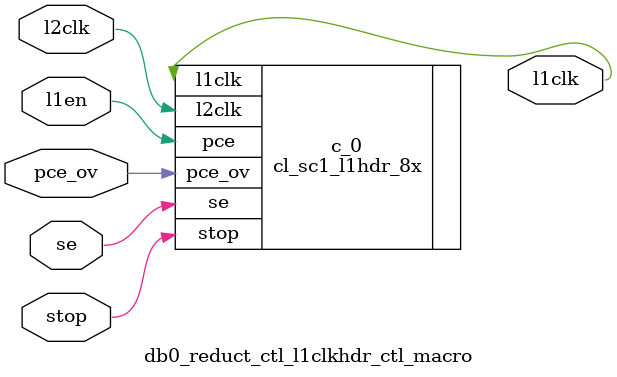
<source format=v>
module db0_reduct_ctl (
  iol2clk, 
  scan_in, 
  scan_out, 
  tcu_pce_ov, 
  tcu_clk_stop, 
  tcu_aclk, 
  tcu_bclk, 
  tcu_scan_en, 
  dmu_ncu_vld, 
  wr_en0, 
  wr_en1, 
  wr_en2, 
  wr_en3, 
  mux1_sel0, 
  mux1_sel1, 
  mux1_sel2, 
  mux2_sel0, 
  mux2_sel1, 
  mux2_sel2, 
  mux3_sel0, 
  mux3_sel1, 
  mux3_sel2, 
  mux4_sel0, 
  mux4_sel1, 
  mux4_sel2, 
  mux5_sel0, 
  mux5_sel1, 
  mux5_sel2, 
  mux5_sel3);
wire pce_ov;
wire stop;
wire siclk;
wire soclk;
wire se;
wire dmu_ncu_vld_r;
wire ff_dmu_ncu_vld_scanin;
wire ff_dmu_ncu_vld_scanout;
wire l1clk;
wire reg0_vld_din;
wire reg0_vld;
wire reg1_vld;
wire reg2_vld;
wire reg3_vld;
wire reg0_vld_r;
wire reg0_vld_r2;
wire ff_reg0_vld_scanin;
wire ff_reg0_vld_scanout;
wire ff_reg0_vld_r_scanin;
wire ff_reg0_vld_r_scanout;
wire ff_reg0_vld_r2_scanin;
wire ff_reg0_vld_r2_scanout;
wire reg1_vld_din;
wire reg1_vld_r_din;
wire reg1_vld_r;
wire reg1_vld_r2;
wire ff_reg1_vld_scanin;
wire ff_reg1_vld_scanout;
wire ff_reg1_vld_r_scanin;
wire ff_reg1_vld_r_scanout;
wire ff_reg1_vld_r2_scanin;
wire ff_reg1_vld_r2_scanout;
wire reg2_vld_din;
wire reg2_vld_r_din;
wire reg2_vld_r;
wire reg2_vld_r2;
wire ff_reg2_vld_scanin;
wire ff_reg2_vld_scanout;
wire ff_reg2_vld_r_scanin;
wire ff_reg2_vld_r_scanout;
wire ff_reg2_vld_r2_scanin;
wire ff_reg2_vld_r2_scanout;
wire reg3_vld_din;
wire reg3_vld_r_din;
wire reg3_vld_r;
wire reg3_vld_r2;
wire ff_reg3_vld_scanin;
wire ff_reg3_vld_scanout;
wire ff_reg3_vld_r_scanin;
wire ff_reg3_vld_r_scanout;
wire ff_reg3_vld_r2_scanin;
wire ff_reg3_vld_r2_scanout;
wire spares_scanin;
wire spares_scanout;


input		iol2clk;                // Internal IO clock from CCU 

input           scan_in;
output          scan_out;
input           tcu_pce_ov;
input           tcu_clk_stop;
input           tcu_aclk;
input           tcu_bclk;
input           tcu_scan_en;


input           dmu_ncu_vld;            //CSR Data return valid from DMU to NCU

output           wr_en0;
output           wr_en1;
output           wr_en2;
output           wr_en3;

output           mux1_sel0;
output           mux1_sel1;
output           mux1_sel2;

output           mux2_sel0;
output           mux2_sel1;
output           mux2_sel2;

output           mux3_sel0;
output           mux3_sel1;
output           mux3_sel2;

output           mux4_sel0;
output           mux4_sel1;
output           mux4_sel2;

output           mux5_sel0;
output           mux5_sel1;
output           mux5_sel2;
output           mux5_sel3;

// Scan reassigns
assign pce_ov = tcu_pce_ov;
assign stop = tcu_clk_stop;
assign siclk = tcu_aclk;
assign soclk = tcu_bclk;
assign se = tcu_scan_en;

// flop dmu_ncu_vld

db0_reduct_ctl_msff_ctl_macro__width_1 ff_dmu_ncu_vld 
               (.dout(dmu_ncu_vld_r),
               .scan_in(ff_dmu_ncu_vld_scanin),
               .scan_out(ff_dmu_ncu_vld_scanout),
               .l1clk(l1clk),
               .din(dmu_ncu_vld),
  .siclk(siclk),
  .soclk(soclk)
);


// Reg0 vld bits

assign reg0_vld_din = (dmu_ncu_vld_r & 
                      ~(reg0_vld | reg1_vld | reg2_vld | reg3_vld)
                                                ) | reg0_vld; // set if dmu_ncu_vld_r is true
                                                              // and reg0_vld,reg1_vld,reg2_vld,reg3_vld are
                                                              // all 1'b0 
                                                              // held at 1 with reg0_vld until
                                                              // cleared
assign mux1_sel0 = reg0_vld & ~reg0_vld_r;
assign mux1_sel1 = reg0_vld_r & ~reg0_vld_r2;
assign mux1_sel2 = reg0_vld_r2; 

assign mux5_sel0 = mux1_sel0 | mux1_sel1 | mux1_sel2;

assign wr_en0 = (dmu_ncu_vld_r &
                      ~(reg0_vld | reg1_vld | reg2_vld | reg3_vld));

                // write to reg0 when none of the valid bits are on and dmu_ncu_vld_r is true

db0_reduct_ctl_msff_ctl_macro__clr_1__width_1 ff_reg0_vld 
               (.dout(reg0_vld),
	       .scan_in(ff_reg0_vld_scanin),
	       .scan_out(ff_reg0_vld_scanout),
	       .clr(reg0_vld_r2),
               .l1clk(l1clk),
               .din(reg0_vld_din),
  .siclk(siclk),
  .soclk(soclk)

);

db0_reduct_ctl_msff_ctl_macro__clr_1__width_1 ff_reg0_vld_r 
               (.dout(reg0_vld_r),
	       .scan_in(ff_reg0_vld_r_scanin),
	       .scan_out(ff_reg0_vld_r_scanout),
	       .clr(reg0_vld_r2),
               .l1clk(l1clk),
               .din(reg0_vld),
  .siclk(siclk),
  .soclk(soclk)

);

db0_reduct_ctl_msff_ctl_macro__clr_1__width_1 ff_reg0_vld_r2 
               (.dout(reg0_vld_r2),
	       .scan_in(ff_reg0_vld_r2_scanin),
	       .scan_out(ff_reg0_vld_r2_scanout),
	       .clr(reg0_vld_r2),
               .l1clk(l1clk),
               .din(reg0_vld_r),
  .siclk(siclk),
  .soclk(soclk)

);

// Reg1 vld bits

assign reg1_vld_din = (dmu_ncu_vld_r & reg0_vld ) | reg1_vld; // set if dmu_ncu_vld_r is true
                                                              // and reg0_vld is 1'b1
                                                              // held at 1 with reg1_vld until
                                                              // cleared

assign reg1_vld_r_din = reg1_vld & ~reg0_vld; // propagate the value of reg1_vld to reg1_vld_r
                                              // only when reg0_vld = 0 

assign mux2_sel0 = reg1_vld & ~reg1_vld_r & ~reg0_vld;
assign mux2_sel1 = reg1_vld_r & ~reg1_vld_r2;
assign mux2_sel2 = reg1_vld_r2;

assign mux5_sel1 = mux2_sel0 | mux2_sel1 | mux2_sel2;

assign wr_en1 = (dmu_ncu_vld_r & reg0_vld & ~reg1_vld);

                // write to reg1 when reg0 valid bit is true and dmu_ncu_vld_r is true



db0_reduct_ctl_msff_ctl_macro__clr_1__width_1 ff_reg1_vld 
               (.dout(reg1_vld),
	       .scan_in(ff_reg1_vld_scanin),
	       .scan_out(ff_reg1_vld_scanout),
	       .clr(reg1_vld_r2),
               .l1clk(l1clk),
               .din(reg1_vld_din),
  .siclk(siclk),
  .soclk(soclk)

);

db0_reduct_ctl_msff_ctl_macro__clr_1__width_1 ff_reg1_vld_r 
               (.dout(reg1_vld_r),
	       .scan_in(ff_reg1_vld_r_scanin),
	       .scan_out(ff_reg1_vld_r_scanout),
	       .clr(reg1_vld_r2),
               .l1clk(l1clk),
               .din(reg1_vld_r_din),
  .siclk(siclk),
  .soclk(soclk)

);

db0_reduct_ctl_msff_ctl_macro__clr_1__width_1 ff_reg1_vld_r2 
               (.dout(reg1_vld_r2),
	       .scan_in(ff_reg1_vld_r2_scanin),
	       .scan_out(ff_reg1_vld_r2_scanout),
	       .clr(reg1_vld_r2),
               .l1clk(l1clk),
               .din(reg1_vld_r),
  .siclk(siclk),
  .soclk(soclk)

);

// Reg2 vld bits

assign reg2_vld_din = (dmu_ncu_vld_r & reg1_vld ) | reg2_vld; // set if dmu_ncu_vld_r is true
                                                              // and reg1_vld is 1'b1
                                                              // held at 1 with reg2_vld until
                                                              // cleared

assign reg2_vld_r_din = reg2_vld & ~reg1_vld; // propagate the value of reg2_vld to reg2_vld_r
                                              // only when reg1_vld = 0

assign mux3_sel0 = reg2_vld & ~reg2_vld_r & ~reg1_vld;
assign mux3_sel1 = reg2_vld_r & ~reg2_vld_r2;
assign mux3_sel2 = reg2_vld_r2;

assign mux5_sel2 = mux3_sel0 | mux3_sel1 | mux3_sel2;

assign wr_en2 = (dmu_ncu_vld_r & reg1_vld & ~reg2_vld);

                // write to reg2 when reg1 valid bit is true and dmu_ncu_vld_r is true



db0_reduct_ctl_msff_ctl_macro__clr_1__width_1 ff_reg2_vld 
               (.dout(reg2_vld),
	       .scan_in(ff_reg2_vld_scanin),
	       .scan_out(ff_reg2_vld_scanout),
	       .clr(reg2_vld_r2),
               .l1clk(l1clk),
               .din(reg2_vld_din),
  .siclk(siclk),
  .soclk(soclk)

);

db0_reduct_ctl_msff_ctl_macro__clr_1__width_1 ff_reg2_vld_r 
               (.dout(reg2_vld_r),
	       .scan_in(ff_reg2_vld_r_scanin),
	       .scan_out(ff_reg2_vld_r_scanout),
	       .clr(reg2_vld_r2),
               .l1clk(l1clk),
               .din(reg2_vld_r_din),
  .siclk(siclk),
  .soclk(soclk)

);

db0_reduct_ctl_msff_ctl_macro__clr_1__width_1 ff_reg2_vld_r2 
               (.dout(reg2_vld_r2),
	       .scan_in(ff_reg2_vld_r2_scanin),
	       .scan_out(ff_reg2_vld_r2_scanout),
	       .clr(reg2_vld_r2),
               .l1clk(l1clk),
               .din(reg2_vld_r),
  .siclk(siclk),
  .soclk(soclk)

);

// Reg3 vld bits

assign reg3_vld_din = (dmu_ncu_vld_r & reg2_vld ) | reg3_vld; // set if dmu_ncu_vld_r is true
                                                              // and reg2_vld is 1'b1
                                                              // held at 1 with reg3_vld until
                                                              // cleared

assign reg3_vld_r_din = reg3_vld & ~reg2_vld; // propagate the value of reg3_vld to reg3_vld_r
                                              // only when reg2_vld = 0

assign mux4_sel0 = reg3_vld & ~reg3_vld_r & ~reg2_vld;
assign mux4_sel1 = reg3_vld_r & ~reg3_vld_r2;
assign mux4_sel2 = reg3_vld_r2;

assign mux5_sel3 = mux4_sel0 | mux4_sel1 | mux4_sel2;

assign wr_en3 = (dmu_ncu_vld_r & reg2_vld);

                // write to reg3 when reg2 valid bit is true and dmu_ncu_vld_r is true



db0_reduct_ctl_msff_ctl_macro__clr_1__width_1 ff_reg3_vld 
               (.dout(reg3_vld),
	       .scan_in(ff_reg3_vld_scanin),
	       .scan_out(ff_reg3_vld_scanout),
	       .clr(reg3_vld_r2),
               .l1clk(l1clk),
               .din(reg3_vld_din),
  .siclk(siclk),
  .soclk(soclk)

);

db0_reduct_ctl_msff_ctl_macro__clr_1__width_1 ff_reg3_vld_r 
               (.dout(reg3_vld_r),
	       .scan_in(ff_reg3_vld_r_scanin),
	       .scan_out(ff_reg3_vld_r_scanout),
	       .clr(reg3_vld_r2),
               .l1clk(l1clk),
               .din(reg3_vld_r_din),
  .siclk(siclk),
  .soclk(soclk)

);

db0_reduct_ctl_msff_ctl_macro__clr_1__width_1 ff_reg3_vld_r2 
               (.dout(reg3_vld_r2),
	       .scan_in(ff_reg3_vld_r2_scanin),
	       .scan_out(ff_reg3_vld_r2_scanout),
	       .clr(reg3_vld_r2),
               .l1clk(l1clk),
               .din(reg3_vld_r),
  .siclk(siclk),
  .soclk(soclk)

);

// Spare gates 

db0_reduct_ctl_spare_ctl_macro__num_5 spares  (
	.scan_in(spares_scanin),
	.scan_out(spares_scanout),
	.l1clk	(l1clk),
  .siclk(siclk),
  .soclk(soclk)
);

/**** adding clock header ****/
db0_reduct_ctl_l1clkhdr_ctl_macro clkgen (
                                .l2clk  (iol2clk),
                                .l1en   (1'b1),
                                .l1clk  (l1clk),
  .pce_ov(pce_ov),
  .stop(stop),
  .se(se)
                                );


// fixscan start:
assign ff_dmu_ncu_vld_scanin     = scan_in                  ;
assign ff_reg0_vld_scanin        = ff_dmu_ncu_vld_scanout   ;
assign ff_reg0_vld_r_scanin      = ff_reg0_vld_scanout      ;
assign ff_reg0_vld_r2_scanin     = ff_reg0_vld_r_scanout    ;
assign ff_reg1_vld_scanin        = ff_reg0_vld_r2_scanout   ;
assign ff_reg1_vld_r_scanin      = ff_reg1_vld_scanout      ;
assign ff_reg1_vld_r2_scanin     = ff_reg1_vld_r_scanout    ;
assign ff_reg2_vld_scanin        = ff_reg1_vld_r2_scanout   ;
assign ff_reg2_vld_r_scanin      = ff_reg2_vld_scanout      ;
assign ff_reg2_vld_r2_scanin     = ff_reg2_vld_r_scanout    ;
assign ff_reg3_vld_scanin        = ff_reg2_vld_r2_scanout   ;
assign ff_reg3_vld_r_scanin      = ff_reg3_vld_scanout      ;
assign ff_reg3_vld_r2_scanin     = ff_reg3_vld_r_scanout    ;
assign spares_scanin             = ff_reg3_vld_r2_scanout   ;
assign scan_out                  = spares_scanout           ;
// fixscan end:
endmodule






// any PARAMS parms go into naming of macro

module db0_reduct_ctl_msff_ctl_macro__width_1 (
  din, 
  l1clk, 
  scan_in, 
  siclk, 
  soclk, 
  dout, 
  scan_out);
wire [0:0] fdin;

  input [0:0] din;
  input l1clk;
  input scan_in;


  input siclk;
  input soclk;

  output [0:0] dout;
  output scan_out;
assign fdin[0:0] = din[0:0];






dff #(1)  d0_0 (
.l1clk(l1clk),
.siclk(siclk),
.soclk(soclk),
.d(fdin[0:0]),
.si(scan_in),
.so(scan_out),
.q(dout[0:0])
);












endmodule













// any PARAMS parms go into naming of macro

module db0_reduct_ctl_msff_ctl_macro__clr_1__width_1 (
  din, 
  clr, 
  l1clk, 
  scan_in, 
  siclk, 
  soclk, 
  dout, 
  scan_out);
wire [0:0] fdin;

  input [0:0] din;
  input clr;
  input l1clk;
  input scan_in;


  input siclk;
  input soclk;

  output [0:0] dout;
  output scan_out;
assign fdin[0:0] = din[0:0] & ~{1{clr}};






dff #(1)  d0_0 (
.l1clk(l1clk),
.siclk(siclk),
.soclk(soclk),
.d(fdin[0:0]),
.si(scan_in),
.so(scan_out),
.q(dout[0:0])
);












endmodule









//  Description:        Spare gate macro for control blocks
//
//  Param num controls the number of times the macro is added
//  flops=0 can be used to use only combination spare logic


module db0_reduct_ctl_spare_ctl_macro__num_5 (
  l1clk, 
  scan_in, 
  siclk, 
  soclk, 
  scan_out);
wire si_0;
wire so_0;
wire spare0_flop_unused;
wire spare0_buf_32x_unused;
wire spare0_nand3_8x_unused;
wire spare0_inv_8x_unused;
wire spare0_aoi22_4x_unused;
wire spare0_buf_8x_unused;
wire spare0_oai22_4x_unused;
wire spare0_inv_16x_unused;
wire spare0_nand2_16x_unused;
wire spare0_nor3_4x_unused;
wire spare0_nand2_8x_unused;
wire spare0_buf_16x_unused;
wire spare0_nor2_16x_unused;
wire spare0_inv_32x_unused;
wire si_1;
wire so_1;
wire spare1_flop_unused;
wire spare1_buf_32x_unused;
wire spare1_nand3_8x_unused;
wire spare1_inv_8x_unused;
wire spare1_aoi22_4x_unused;
wire spare1_buf_8x_unused;
wire spare1_oai22_4x_unused;
wire spare1_inv_16x_unused;
wire spare1_nand2_16x_unused;
wire spare1_nor3_4x_unused;
wire spare1_nand2_8x_unused;
wire spare1_buf_16x_unused;
wire spare1_nor2_16x_unused;
wire spare1_inv_32x_unused;
wire si_2;
wire so_2;
wire spare2_flop_unused;
wire spare2_buf_32x_unused;
wire spare2_nand3_8x_unused;
wire spare2_inv_8x_unused;
wire spare2_aoi22_4x_unused;
wire spare2_buf_8x_unused;
wire spare2_oai22_4x_unused;
wire spare2_inv_16x_unused;
wire spare2_nand2_16x_unused;
wire spare2_nor3_4x_unused;
wire spare2_nand2_8x_unused;
wire spare2_buf_16x_unused;
wire spare2_nor2_16x_unused;
wire spare2_inv_32x_unused;
wire si_3;
wire so_3;
wire spare3_flop_unused;
wire spare3_buf_32x_unused;
wire spare3_nand3_8x_unused;
wire spare3_inv_8x_unused;
wire spare3_aoi22_4x_unused;
wire spare3_buf_8x_unused;
wire spare3_oai22_4x_unused;
wire spare3_inv_16x_unused;
wire spare3_nand2_16x_unused;
wire spare3_nor3_4x_unused;
wire spare3_nand2_8x_unused;
wire spare3_buf_16x_unused;
wire spare3_nor2_16x_unused;
wire spare3_inv_32x_unused;
wire si_4;
wire so_4;
wire spare4_flop_unused;
wire spare4_buf_32x_unused;
wire spare4_nand3_8x_unused;
wire spare4_inv_8x_unused;
wire spare4_aoi22_4x_unused;
wire spare4_buf_8x_unused;
wire spare4_oai22_4x_unused;
wire spare4_inv_16x_unused;
wire spare4_nand2_16x_unused;
wire spare4_nor3_4x_unused;
wire spare4_nand2_8x_unused;
wire spare4_buf_16x_unused;
wire spare4_nor2_16x_unused;
wire spare4_inv_32x_unused;


input		l1clk;
input		scan_in;
input		siclk;
input		soclk;
output		scan_out;

cl_sc1_msff_8x spare0_flop (.l1clk(l1clk),
                               .siclk(siclk),
                               .soclk(soclk),
                               .si(si_0),
                               .so(so_0),
                               .d(1'b0),
                               .q(spare0_flop_unused));
assign si_0 = scan_in;

cl_u1_buf_32x   spare0_buf_32x (.in(1'b1),
                                   .out(spare0_buf_32x_unused));
cl_u1_nand3_8x spare0_nand3_8x (.in0(1'b1),
                                   .in1(1'b1),
                                   .in2(1'b1),
                                   .out(spare0_nand3_8x_unused));
cl_u1_inv_8x    spare0_inv_8x (.in(1'b1),
                                  .out(spare0_inv_8x_unused));
cl_u1_aoi22_4x spare0_aoi22_4x (.in00(1'b1),
                                   .in01(1'b1),
                                   .in10(1'b1),
                                   .in11(1'b1),
                                   .out(spare0_aoi22_4x_unused));
cl_u1_buf_8x    spare0_buf_8x (.in(1'b1),
                                  .out(spare0_buf_8x_unused));
cl_u1_oai22_4x spare0_oai22_4x (.in00(1'b1),
                                   .in01(1'b1),
                                   .in10(1'b1),
                                   .in11(1'b1),
                                   .out(spare0_oai22_4x_unused));
cl_u1_inv_16x   spare0_inv_16x (.in(1'b1),
                                   .out(spare0_inv_16x_unused));
cl_u1_nand2_16x spare0_nand2_16x (.in0(1'b1),
                                     .in1(1'b1),
                                     .out(spare0_nand2_16x_unused));
cl_u1_nor3_4x spare0_nor3_4x (.in0(1'b0),
                                 .in1(1'b0),
                                 .in2(1'b0),
                                 .out(spare0_nor3_4x_unused));
cl_u1_nand2_8x spare0_nand2_8x (.in0(1'b1),
                                   .in1(1'b1),
                                   .out(spare0_nand2_8x_unused));
cl_u1_buf_16x   spare0_buf_16x (.in(1'b1),
                                   .out(spare0_buf_16x_unused));
cl_u1_nor2_16x spare0_nor2_16x (.in0(1'b0),
                                   .in1(1'b0),
                                   .out(spare0_nor2_16x_unused));
cl_u1_inv_32x   spare0_inv_32x (.in(1'b1),
                                   .out(spare0_inv_32x_unused));

cl_sc1_msff_8x spare1_flop (.l1clk(l1clk),
                               .siclk(siclk),
                               .soclk(soclk),
                               .si(si_1),
                               .so(so_1),
                               .d(1'b0),
                               .q(spare1_flop_unused));
assign si_1 = so_0;

cl_u1_buf_32x   spare1_buf_32x (.in(1'b1),
                                   .out(spare1_buf_32x_unused));
cl_u1_nand3_8x spare1_nand3_8x (.in0(1'b1),
                                   .in1(1'b1),
                                   .in2(1'b1),
                                   .out(spare1_nand3_8x_unused));
cl_u1_inv_8x    spare1_inv_8x (.in(1'b1),
                                  .out(spare1_inv_8x_unused));
cl_u1_aoi22_4x spare1_aoi22_4x (.in00(1'b1),
                                   .in01(1'b1),
                                   .in10(1'b1),
                                   .in11(1'b1),
                                   .out(spare1_aoi22_4x_unused));
cl_u1_buf_8x    spare1_buf_8x (.in(1'b1),
                                  .out(spare1_buf_8x_unused));
cl_u1_oai22_4x spare1_oai22_4x (.in00(1'b1),
                                   .in01(1'b1),
                                   .in10(1'b1),
                                   .in11(1'b1),
                                   .out(spare1_oai22_4x_unused));
cl_u1_inv_16x   spare1_inv_16x (.in(1'b1),
                                   .out(spare1_inv_16x_unused));
cl_u1_nand2_16x spare1_nand2_16x (.in0(1'b1),
                                     .in1(1'b1),
                                     .out(spare1_nand2_16x_unused));
cl_u1_nor3_4x spare1_nor3_4x (.in0(1'b0),
                                 .in1(1'b0),
                                 .in2(1'b0),
                                 .out(spare1_nor3_4x_unused));
cl_u1_nand2_8x spare1_nand2_8x (.in0(1'b1),
                                   .in1(1'b1),
                                   .out(spare1_nand2_8x_unused));
cl_u1_buf_16x   spare1_buf_16x (.in(1'b1),
                                   .out(spare1_buf_16x_unused));
cl_u1_nor2_16x spare1_nor2_16x (.in0(1'b0),
                                   .in1(1'b0),
                                   .out(spare1_nor2_16x_unused));
cl_u1_inv_32x   spare1_inv_32x (.in(1'b1),
                                   .out(spare1_inv_32x_unused));

cl_sc1_msff_8x spare2_flop (.l1clk(l1clk),
                               .siclk(siclk),
                               .soclk(soclk),
                               .si(si_2),
                               .so(so_2),
                               .d(1'b0),
                               .q(spare2_flop_unused));
assign si_2 = so_1;

cl_u1_buf_32x   spare2_buf_32x (.in(1'b1),
                                   .out(spare2_buf_32x_unused));
cl_u1_nand3_8x spare2_nand3_8x (.in0(1'b1),
                                   .in1(1'b1),
                                   .in2(1'b1),
                                   .out(spare2_nand3_8x_unused));
cl_u1_inv_8x    spare2_inv_8x (.in(1'b1),
                                  .out(spare2_inv_8x_unused));
cl_u1_aoi22_4x spare2_aoi22_4x (.in00(1'b1),
                                   .in01(1'b1),
                                   .in10(1'b1),
                                   .in11(1'b1),
                                   .out(spare2_aoi22_4x_unused));
cl_u1_buf_8x    spare2_buf_8x (.in(1'b1),
                                  .out(spare2_buf_8x_unused));
cl_u1_oai22_4x spare2_oai22_4x (.in00(1'b1),
                                   .in01(1'b1),
                                   .in10(1'b1),
                                   .in11(1'b1),
                                   .out(spare2_oai22_4x_unused));
cl_u1_inv_16x   spare2_inv_16x (.in(1'b1),
                                   .out(spare2_inv_16x_unused));
cl_u1_nand2_16x spare2_nand2_16x (.in0(1'b1),
                                     .in1(1'b1),
                                     .out(spare2_nand2_16x_unused));
cl_u1_nor3_4x spare2_nor3_4x (.in0(1'b0),
                                 .in1(1'b0),
                                 .in2(1'b0),
                                 .out(spare2_nor3_4x_unused));
cl_u1_nand2_8x spare2_nand2_8x (.in0(1'b1),
                                   .in1(1'b1),
                                   .out(spare2_nand2_8x_unused));
cl_u1_buf_16x   spare2_buf_16x (.in(1'b1),
                                   .out(spare2_buf_16x_unused));
cl_u1_nor2_16x spare2_nor2_16x (.in0(1'b0),
                                   .in1(1'b0),
                                   .out(spare2_nor2_16x_unused));
cl_u1_inv_32x   spare2_inv_32x (.in(1'b1),
                                   .out(spare2_inv_32x_unused));

cl_sc1_msff_8x spare3_flop (.l1clk(l1clk),
                               .siclk(siclk),
                               .soclk(soclk),
                               .si(si_3),
                               .so(so_3),
                               .d(1'b0),
                               .q(spare3_flop_unused));
assign si_3 = so_2;

cl_u1_buf_32x   spare3_buf_32x (.in(1'b1),
                                   .out(spare3_buf_32x_unused));
cl_u1_nand3_8x spare3_nand3_8x (.in0(1'b1),
                                   .in1(1'b1),
                                   .in2(1'b1),
                                   .out(spare3_nand3_8x_unused));
cl_u1_inv_8x    spare3_inv_8x (.in(1'b1),
                                  .out(spare3_inv_8x_unused));
cl_u1_aoi22_4x spare3_aoi22_4x (.in00(1'b1),
                                   .in01(1'b1),
                                   .in10(1'b1),
                                   .in11(1'b1),
                                   .out(spare3_aoi22_4x_unused));
cl_u1_buf_8x    spare3_buf_8x (.in(1'b1),
                                  .out(spare3_buf_8x_unused));
cl_u1_oai22_4x spare3_oai22_4x (.in00(1'b1),
                                   .in01(1'b1),
                                   .in10(1'b1),
                                   .in11(1'b1),
                                   .out(spare3_oai22_4x_unused));
cl_u1_inv_16x   spare3_inv_16x (.in(1'b1),
                                   .out(spare3_inv_16x_unused));
cl_u1_nand2_16x spare3_nand2_16x (.in0(1'b1),
                                     .in1(1'b1),
                                     .out(spare3_nand2_16x_unused));
cl_u1_nor3_4x spare3_nor3_4x (.in0(1'b0),
                                 .in1(1'b0),
                                 .in2(1'b0),
                                 .out(spare3_nor3_4x_unused));
cl_u1_nand2_8x spare3_nand2_8x (.in0(1'b1),
                                   .in1(1'b1),
                                   .out(spare3_nand2_8x_unused));
cl_u1_buf_16x   spare3_buf_16x (.in(1'b1),
                                   .out(spare3_buf_16x_unused));
cl_u1_nor2_16x spare3_nor2_16x (.in0(1'b0),
                                   .in1(1'b0),
                                   .out(spare3_nor2_16x_unused));
cl_u1_inv_32x   spare3_inv_32x (.in(1'b1),
                                   .out(spare3_inv_32x_unused));

cl_sc1_msff_8x spare4_flop (.l1clk(l1clk),
                               .siclk(siclk),
                               .soclk(soclk),
                               .si(si_4),
                               .so(so_4),
                               .d(1'b0),
                               .q(spare4_flop_unused));
assign si_4 = so_3;

cl_u1_buf_32x   spare4_buf_32x (.in(1'b1),
                                   .out(spare4_buf_32x_unused));
cl_u1_nand3_8x spare4_nand3_8x (.in0(1'b1),
                                   .in1(1'b1),
                                   .in2(1'b1),
                                   .out(spare4_nand3_8x_unused));
cl_u1_inv_8x    spare4_inv_8x (.in(1'b1),
                                  .out(spare4_inv_8x_unused));
cl_u1_aoi22_4x spare4_aoi22_4x (.in00(1'b1),
                                   .in01(1'b1),
                                   .in10(1'b1),
                                   .in11(1'b1),
                                   .out(spare4_aoi22_4x_unused));
cl_u1_buf_8x    spare4_buf_8x (.in(1'b1),
                                  .out(spare4_buf_8x_unused));
cl_u1_oai22_4x spare4_oai22_4x (.in00(1'b1),
                                   .in01(1'b1),
                                   .in10(1'b1),
                                   .in11(1'b1),
                                   .out(spare4_oai22_4x_unused));
cl_u1_inv_16x   spare4_inv_16x (.in(1'b1),
                                   .out(spare4_inv_16x_unused));
cl_u1_nand2_16x spare4_nand2_16x (.in0(1'b1),
                                     .in1(1'b1),
                                     .out(spare4_nand2_16x_unused));
cl_u1_nor3_4x spare4_nor3_4x (.in0(1'b0),
                                 .in1(1'b0),
                                 .in2(1'b0),
                                 .out(spare4_nor3_4x_unused));
cl_u1_nand2_8x spare4_nand2_8x (.in0(1'b1),
                                   .in1(1'b1),
                                   .out(spare4_nand2_8x_unused));
cl_u1_buf_16x   spare4_buf_16x (.in(1'b1),
                                   .out(spare4_buf_16x_unused));
cl_u1_nor2_16x spare4_nor2_16x (.in0(1'b0),
                                   .in1(1'b0),
                                   .out(spare4_nor2_16x_unused));
cl_u1_inv_32x   spare4_inv_32x (.in(1'b1),
                                   .out(spare4_inv_32x_unused));
assign scan_out = so_4;



endmodule






// any PARAMS parms go into naming of macro

module db0_reduct_ctl_l1clkhdr_ctl_macro (
  l2clk, 
  l1en, 
  pce_ov, 
  stop, 
  se, 
  l1clk);


  input l2clk;
  input l1en;
  input pce_ov;
  input stop;
  input se;
  output l1clk;



 

cl_sc1_l1hdr_8x c_0 (


   .l2clk(l2clk),
   .pce(l1en),
   .l1clk(l1clk),
  .se(se),
  .pce_ov(pce_ov),
  .stop(stop)
);



endmodule









</source>
